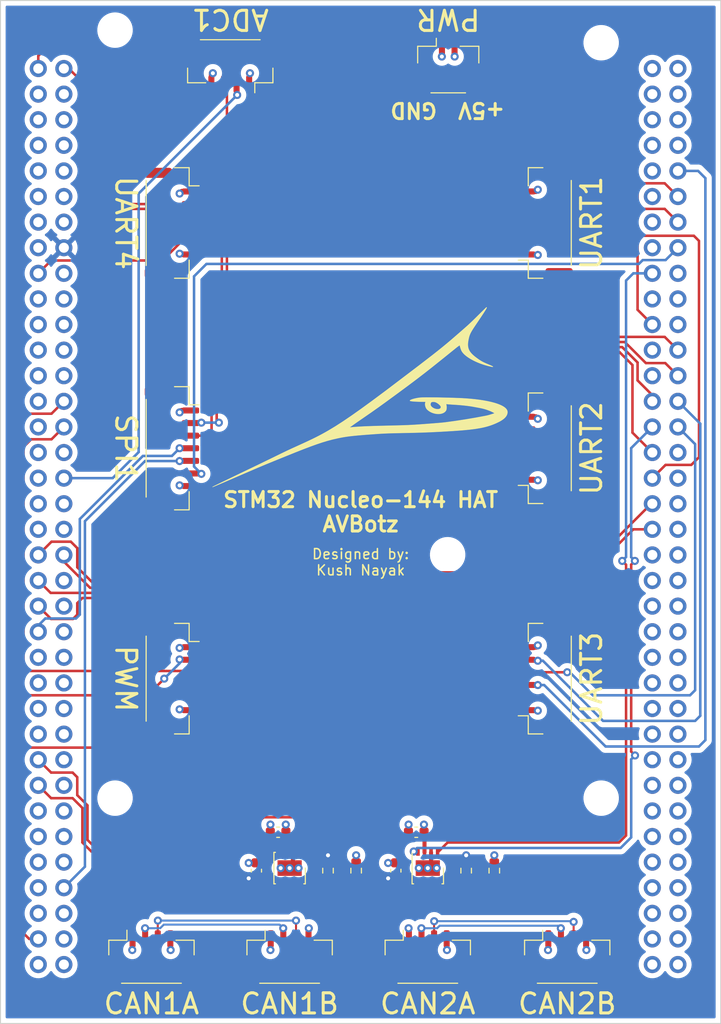
<source format=kicad_pcb>
(kicad_pcb (version 20211014) (generator pcbnew)
  (layers (0 "F.Cu" signal) (1 "In1.Cu" power "In1.Cu (GND)") (2 "In2.Cu" power "In2.Cu (+5V)") (31 "B.Cu" signal) (34 "B.Paste" user) (35 "F.Paste" user) (36 "B.SilkS" user "B.Silkscreen") (37 "F.SilkS" user "F.Silkscreen") (38 "B.Mask" user) (39 "F.Mask" user) (44 "Edge.Cuts" user))
  (net 0 "")
  (net 1 "+5V")
  (net 2 "/CAN1_P")
  (net 3 "/CAN1_N")
  (net 4 "GND")
  (net 5 "/CAN_SILENT1")
  (net 6 "+3V3")
  (net 7 "/UART4_TX")
  (net 8 "/UART4_RX")
  (net 20 "/UART4_RTS")
  (net 28 "/PWM2{slash}1")
  (net 30 "/PWM2{slash}2")
  (net 34 "/ADC1{slash}8")
  (net 39 "/UART2_RTS")
  (net 40 "/UART2_CTS")
  (net 41 "/UART2_TX")
  (net 43 "/UART2_RX")
  (net 45 "/SPI1_MOSI")
  (net 54 "/CAN1_TX")
  (net 56 "/CAN1_RX")
  (net 64 "/~{SPI1_CS1}")
  (net 67 "/UART3_TX")
  (net 77 "/UART3_RX")
  (net 79 "/UART1_RTS")
  (net 81 "/UART1_CTS")
  (net 83 "/~{SPI2_CS2}")
  (net 84 "/CAN2_TX")
  (net 87 "/UART1_TX")
  (net 90 "/ADC1{slash}9")
  (net 92 "/UART4_CTS")
  (net 93 "/SPI1_MISO")
  (net 94 "/UART3_RTS")
  (net 95 "/CAN2_RX")
  (net 96 "/UART3_CTS")
  (net 97 "/SPI1_SCK")
  (net 98 "/UART1_RX")
  (net 100 "/PWM2{slash}3")
  (net 102 "/PWM2{slash}4")
  (net 133 "/CAN2_N")
  (net 134 "/CAN2_P")
  (net 135 "/CAN_SILENT2")
  (footprint "Capacitor_SMD:C_0603_1608Metric" (layer "F.Cu") (at 139.319 133.604 180)
    (fp_text reference "C1" hide)
    (fp_text value "100nF")
  )
  (footprint "Package_DFN_QFN:DFN-8-1EP_3x3mm_P0.65mm_EP1.55x2.4mm" (layer "F.Cu") (at 154.178 137.16 -90)
    (fp_text reference "U3" hide)
    (fp_text value "TJA1051TK-3")
  )
  (footprint "nucleo_144_hat_lib:nucleo144_hat" (layer "F.Cu") (at 147.9505 56.3086)
    (fp_text reference "U1" hide)
    (fp_text value "NUCLEO144-F767ZI")
  )
  (footprint "Connector_JST:JST_GH_SM04B-GHS-TB_1x04-1MP_P1.25mm_Horizontal" (layer "F.Cu") (at 154.178 146.0246)
    (fp_text reference "J9" hide)
    (fp_text value "CAN2_A_Conn_01x04")
  )
  (footprint "Connector_JST:JST_GH_SM06B-GHS-TB_1x06-1MP_P1.25mm_Horizontal" (layer "F.Cu") (at 165.862 73.152 90)
    (fp_text reference "J4" hide)
    (fp_text value "UART1_Conn_01x06")
  )
  (footprint "Connector_JST:JST_GH_SM06B-GHS-TB_1x06-1MP_P1.25mm_Horizontal" (layer "F.Cu") (at 165.862 118.364 90)
    (fp_text reference "J6" hide)
    (fp_text value "UART3_Conn_01x06")
  )
  (footprint "Resistor_SMD:R_0603_1608Metric" (layer "F.Cu") (at 160.782 137.414 90)
    (fp_text reference "R2" hide)
    (fp_text value "100K")
  )
  (footprint "Connector_JST:JST_GH_SM06B-GHS-TB_1x06-1MP_P1.25mm_Horizontal" (layer "F.Cu") (at 128.778 73.152 -90)
    (fp_text reference "J7" hide)
    (fp_text value "UART4_Conn_01x06")
  )
  (footprint "Capacitor_SMD:C_0603_1608Metric" (layer "F.Cu") (at 151.003 137.414 90)
    (fp_text reference "C4" hide)
    (fp_text value "100nF")
  )
  (footprint "Capacitor_SMD:C_0603_1608Metric" (layer "F.Cu") (at 137.16 137.414 90)
    (fp_text reference "C3" hide)
    (fp_text value "100nF")
  )
  (footprint "Connector_JST:JST_GH_SM04B-GHS-TB_1x04-1MP_P1.25mm_Horizontal" (layer "F.Cu") (at 134.5692 57.531 180)
    (fp_text reference "J3" hide)
    (fp_text value "ADC1_Conn_01x04")
  )
  (footprint "Connector_Molex:Molex_CLIK-Mate_502386-0270_1x02-1MP_P1.25mm_Horizontal" (layer "F.Cu") (at 156.21 57.531)
    (fp_text reference "J12" hide)
    (fp_text value "Conn_01x02")
  )
  (footprint "Connector_JST:JST_GH_SM04B-GHS-TB_1x04-1MP_P1.25mm_Horizontal" (layer "F.Cu") (at 140.462 146.0246)
    (fp_text reference "J11" hide)
    (fp_text value "CAN1_B_Conn_01x04")
  )
  (footprint "Resistor_SMD:R_0603_1608Metric" (layer "F.Cu") (at 144.272 137.414 -90)
    (fp_text reference "R3" hide)
    (fp_text value "100K")
  )
  (footprint "Resistor_SMD:R_0603_1608Metric" (layer "F.Cu") (at 157.988 137.414 -90)
    (fp_text reference "R4" hide)
    (fp_text value "100K")
  )
  (footprint "Connector_JST:JST_GH_SM04B-GHS-TB_1x04-1MP_P1.25mm_Horizontal" (layer "F.Cu") (at 168.021 146.0246)
    (fp_text reference "J10" hide)
    (fp_text value "CAN2_B_Conn_01x04")
  )
  (footprint "Connector_JST:JST_GH_SM06B-GHS-TB_1x06-1MP_P1.25mm_Horizontal" (layer "F.Cu") (at 128.778 118.364 -90)
    (fp_text reference "J2" hide)
    (fp_text value "PWM_OUT_Conn_01x06")
  )
  (footprint "Package_DFN_QFN:DFN-8-1EP_3x3mm_P0.65mm_EP1.55x2.4mm" (layer "F.Cu") (at 140.462 137.16 -90)
    (fp_text reference "U2" hide)
    (fp_text value "TJA1051TK-3")
  )
  (footprint "Connector_JST:JST_GH_SM06B-GHS-TB_1x06-1MP_P1.25mm_Horizontal" (layer "F.Cu") (at 165.862 95.504 90)
    (fp_text reference "J5" hide)
    (fp_text value "UART2_Conn_01x06")
  )
  (footprint "Capacitor_SMD:C_0603_1608Metric" (layer "F.Cu") (at 153.035 133.604 180)
    (fp_text reference "C2" hide)
    (fp_text value "100nF")
  )
  (footprint "Resistor_SMD:R_0603_1608Metric" (layer "F.Cu") (at 147.066 137.414 90)
    (fp_text reference "R1" hide)
    (fp_text value "100K")
  )
  (footprint "Connector_JST:JST_GH_SM04B-GHS-TB_1x04-1MP_P1.25mm_Horizontal" (layer "F.Cu") (at 126.746 146.0246)
    (fp_text reference "J8" hide)
    (fp_text value "CAN1_A_Conn_01x04")
  )
  (footprint "Connector_JST:JST_GH_SM07B-GHS-TB_1x07-1MP_P1.25mm_Horizontal" (layer "F.Cu") (at 128.778 95.504 -90)
    (fp_text reference "J1" hide)
    (fp_text value "SPI1_Conn_01x07")
  )
  (gr_poly (pts (xy 160.017921 81.527887) (xy 160.023034 81.538523) (xy 160.020852 81.557956) (xy 160.010504 81.587582) (xy 159.961823 81.683001) (xy 159.870022 81.835949) (xy 159.728128 82.057598) (xy 159.529172 82.359119) (xy 158.932187 83.246454) (xy 158.754835 83.511568) (xy 158.679729 83.626793) (xy 158.612808 83.73222) (xy 158.553424 83.829168) (xy 158.500933 83.918954) (xy 158.454687 84.002898) (xy 158.414041 84.082317) (xy 158.378348 84.158529) (xy 158.346961 84.232853) (xy 158.319235 84.306607) (xy 158.294523 84.381108) (xy 158.272179 84.457675) (xy 158.251556 84.537627) (xy 158.232009 84.622281) (xy 158.21289 84.712955) (xy 158.185527 84.86298) (xy 158.166521 85.004087) (xy 158.160264 85.071561) (xy 158.156232 85.137123) (xy 158.154469 85.20088) (xy 158.15502 85.262937) (xy 158.157931 85.3234) (xy 158.163247 85.382377) (xy 158.171012 85.439971) (xy 158.181272 85.49629) (xy 158.194071 85.55144) (xy 158.209456 85.605526) (xy 158.227471 85.658655) (xy 158.24816 85.710933) (xy 158.27157 85.762465) (xy 158.297744 85.813358) (xy 158.326729 85.863717) (xy 158.358569 85.913649) (xy 158.393309 85.96326) (xy 158.430995 86.012656) (xy 158.471671 86.061943) (xy 158.515383 86.111226) (xy 158.562175 86.160612) (xy 158.612093 86.210208) (xy 158.721485 86.310449) (xy 158.843921 86.412797) (xy 158.97976 86.518102) (xy 159.135302 86.63254) (xy 159.2776 86.731559) (xy 159.413601 86.819005) (xy 159.481412 86.859591) (xy 159.550254 86.898726) (xy 159.620995 86.936891) (xy 159.694504 86.974568) (xy 159.8533 87.050377) (xy 160.033588 87.130001) (xy 160.242315 87.217287) (xy 160.329664 87.25353) (xy 160.406225 87.286178) (xy 160.472007 87.315243) (xy 160.527018 87.340738) (xy 160.571267 87.362674) (xy 160.604762 87.381065) (xy 160.627512 87.395923) (xy 160.63486 87.402031) (xy 160.639526 87.40726) (xy 160.641509 87.411612) (xy 160.640811 87.415089) (xy 160.637434 87.417691) (xy 160.631378 87.419421) (xy 160.622644 87.420281) (xy 160.611234 87.42027) (xy 160.580387 87.417648) (xy 160.538848 87.411567) (xy 160.486623 87.402039) (xy 160.423721 87.389078) (xy 160.350152 87.372694) (xy 160.103498 87.311715) (xy 159.860862 87.243001) (xy 159.623395 87.167184) (xy 159.392249 87.084898) (xy 159.168575 86.996775) (xy 158.953524 86.903448) (xy 158.748249 86.80555) (xy 158.5539 86.703715) (xy 158.371629 86.598574) (xy 158.202587 86.490762) (xy 158.047926 86.380911) (xy 157.908796 86.269653) (xy 157.845416 86.213695) (xy 157.78635 86.157623) (xy 157.731743 86.101515) (xy 157.681739 86.045452) (xy 157.636481 85.989511) (xy 157.596113 85.933773) (xy 157.56078 85.878317) (xy 157.530626 85.823221) (xy 157.518683 85.797877) (xy 157.505875 85.767948) (xy 157.478666 85.6976) (xy 157.451013 85.618707) (xy 157.424932 85.537797) (xy 157.402438 85.461399) (xy 157.385546 85.396041) (xy 157.379831 85.369544) (xy 157.376271 85.348254) (xy 157.375119 85.33299) (xy 157.375525 85.327872) (xy 157.376628 85.324566) (xy 157.377197 85.323443) (xy 157.377653 85.322089) (xy 157.377998 85.320523) (xy 157.378234 85.318764) (xy 157.378362 85.31683) (xy 157.378385 85.314739) (xy 157.378304 85.312509) (xy 157.378121 85.310159) (xy 157.377838 85.307707) (xy 157.377457 85.305172) (xy 157.37698 85.302572) (xy 157.376408 85.299925) (xy 157.375744 85.29725) (xy 157.374989 85.294565) (xy 157.374145 85.291889) (xy 157.373214 85.289239) (xy 157.371493 85.286348) (xy 157.36881 85.284365) (xy 157.365174 85.283284) (xy 157.360591 85.283102) (xy 157.348616 85.28541) (xy 157.332944 85.29125) (xy 157.313633 85.300582) (xy 157.290742 85.313366) (xy 157.264331 85.329562) (xy 157.234458 85.349131) (xy 157.164561 85.398228) (xy 157.081521 85.460336) (xy 156.98581 85.53514) (xy 156.877897 85.622319) (xy 155.825808 86.470826) (xy 154.621818 87.433997) (xy 153.826949 88.058203) (xy 153.020885 88.676329) (xy 152.118763 89.352677) (xy 151.035719 90.15155) (xy 150.028574 90.887646) (xy 149.238393 91.457355) (xy 148.537923 91.951504) (xy 147.799917 92.460918) (xy 147.419622 92.722031) (xy 147.131133 92.921611) (xy 146.913571 93.074212) (xy 146.746055 93.19439) (xy 146.672197 93.247431) (xy 146.596085 93.300779) (xy 146.526679 93.348226) (xy 146.497292 93.367797) (xy 146.472941 93.383566) (xy 146.369041 93.449544) (xy 146.452162 93.442345) (xy 146.975341 93.399321) (xy 147.427587 93.368723) (xy 147.907176 93.344805) (xy 148.512388 93.321819) (xy 149.39739 93.294767) (xy 150.519178 93.268384) (xy 151.48877 93.244824) (xy 152.246129 93.218) (xy 152.925214 93.182063) (xy 153.659982 93.131159) (xy 154.626302 93.058021) (xy 155.258839 93.007321) (xy 155.485325 92.987387) (xy 155.67083 92.969465) (xy 155.829507 92.952355) (xy 155.975511 92.934859) (xy 156.91141 92.807736) (xy 157.911342 92.654342) (xy 158.917549 92.483998) (xy 159.872278 92.306029) (xy 159.960668 92.288305) (xy 160.039278 92.271622) (xy 160.111467 92.255107) (xy 160.180597 92.23789) (xy 160.250029 92.219096) (xy 160.323126 92.197854) (xy 160.403249 92.173291) (xy 160.493759 92.144536) (xy 160.719299 92.072268) (xy 160.79049 92.049668) (xy 160.819714 92.040635) (xy 160.822374 92.039343) (xy 160.823153 92.037233) (xy 160.822123 92.034342) (xy 160.819355 92.030708) (xy 160.808897 92.021365) (xy 160.792354 92.009507) (xy 160.74332 91.979465) (xy 160.676867 91.943013) (xy 160.597604 91.902585) (xy 160.510143 91.860614) (xy 160.419096 91.819531) (xy 160.329074 91.78177) (xy 160.18592 91.726161) (xy 160.048823 91.676915) (xy 159.913655 91.632906) (xy 159.776288 91.593003) (xy 159.632592 91.556078) (xy 159.47844 91.521002) (xy 159.309703 91.486646) (xy 159.122253 91.451882) (xy 158.875301 91.407315) (xy 158.665085 91.368538) (xy 158.489505 91.338297) (xy 158.288285 91.308601) (xy 158.065613 91.279894) (xy 157.825677 91.252622) (xy 157.572664 91.227233) (xy 157.310761 91.204172) (xy 157.044157 91.183886) (xy 156.777038 91.16682) (xy 156.599371 91.156013) (xy 156.427241 91.144546) (xy 156.280299 91.133788) (xy 156.178192 91.125111) (xy 156.110159 91.118247) (xy 156.08324 91.115635) (xy 156.060638 91.113756) (xy 156.042041 91.112745) (xy 156.034147 91.11261) (xy 156.027137 91.112743) (xy 156.020973 91.113163) (xy 156.015615 91.113887) (xy 156.011025 91.114932) (xy 156.007163 91.116316) (xy 156.003992 91.118055) (xy 156.001471 91.120167) (xy 155.999561 91.12267) (xy 155.998225 91.12558) (xy 155.997422 91.128915) (xy 155.997115 91.132692) (xy 155.997263 91.136929) (xy 155.997829 91.141642) (xy 155.998772 91.146849) (xy 156.000055 91.152568) (xy 156.003482 91.165608) (xy 156.012693 91.198584) (xy 156.019216 91.226461) (xy 156.024737 91.25732) (xy 156.029265 91.29065) (xy 156.03281 91.325943) (xy 156.035384 91.362688) (xy 156.036994 91.400375) (xy 156.037653 91.438496) (xy 156.037369 91.47654) (xy 156.036153 91.513998) (xy 156.034015 91.55036) (xy 156.030964 91.585117) (xy 156.027012 91.617759) (xy 156.022166 91.647775) (xy 156.016439 91.674658) (xy 156.009839 91.697896) (xy 156.002377 91.71698) (xy 155.976816 91.764867) (xy 155.94669 91.809469) (xy 155.91224 91.850793) (xy 155.873708 91.888847) (xy 155.831336 91.923639) (xy 155.785367 91.955177) (xy 155.736042 91.983467) (xy 155.683603 92.008519) (xy 155.628292 92.030338) (xy 155.570352 92.048933) (xy 155.510025 92.064312) (xy 155.447551 92.076482) (xy 155.383174 92.085451) (xy 155.317136 92.091226) (xy 155.181041 92.093225) (xy 155.041205 92.082542) (xy 154.899562 92.059236) (xy 154.758049 92.02337) (xy 154.618602 91.975003) (xy 154.550258 91.946151) (xy 154.483157 91.914197) (xy 154.41754 91.879149) (xy 154.35365 91.841013) (xy 154.291728 91.799799) (xy 154.232017 91.755512) (xy 154.174759 91.708162) (xy 154.120195 91.657755) (xy 154.090432 91.625857) (xy 154.062692 91.590515) (xy 154.037074 91.552132) (xy 154.013681 91.511109) (xy 153.992613 91.467846) (xy 153.973973 91.422746) (xy 153.95786 91.376209) (xy 153.944378 91.328637) (xy 153.933626 91.280431) (xy 153.925706 91.231992) (xy 153.92072 91.183722) (xy 153.919371 91.150749) (xy 154.444799 91.150749) (xy 154.445594 91.180161) (xy 154.448961 91.208843) (xy 154.451646 91.222765) (xy 154.455019 91.23633) (xy 154.459095 91.24948) (xy 154.463888 91.262158) (xy 154.469413 91.274304) (xy 154.475686 91.285862) (xy 154.498713 91.321268) (xy 154.524714 91.354937) (xy 154.553448 91.386841) (xy 154.584671 91.41695) (xy 154.618141 91.445233) (xy 154.653613 91.47166) (xy 154.690845 91.496202) (xy 154.729594 91.518829) (xy 154.769618 91.539511) (xy 154.810672 91.558218) (xy 154.852514 91.574919) (xy 154.8949 91.589587) (xy 154.937588 91.602189) (xy 154.980335 91.612697) (xy 155.022898 91.62108) (xy 155.065033 91.627309) (xy 155.106497 91.631354) (xy 155.147048 91.633184) (xy 155.186442 91.63277) (xy 155.224436 91.630083) (xy 155.260788 91.625091) (xy 155.295254 91.617766) (xy 155.327591 91.608077) (xy 155.357555 91.595995) (xy 155.384905 91.581489) (xy 155.409397 91.564529) (xy 155.430788 91.545087) (xy 155.448834 91.523131) (xy 155.463294 91.498632) (xy 155.473923 91.471561) (xy 155.480478 91.441886) (xy 155.482718 91.409579) (xy 155.481765 91.396005) (xy 155.478958 91.381668) (xy 155.47437 91.366632) (xy 155.468077 91.350961) (xy 155.450669 91.317966) (xy 155.427332 91.283194) (xy 155.398661 91.247153) (xy 155.365252 91.210355) (xy 155.327701 91.173307) (xy 155.286603 91.136521) (xy 155.242556 91.100505) (xy 155.196155 91.065769) (xy 155.147996 91.032823) (xy 155.098674 91.002177) (xy 155.048786 90.974339) (xy 154.998928 90.949821) (xy 154.949696 90.929131) (xy 154.901686 90.912779) (xy 154.886549 90.908808) (xy 154.869791 90.905356) (xy 154.851604 90.902424) (xy 154.832177 90.900012) (xy 154.811701 90.898121) (xy 154.790365 90.896751) (xy 154.768361 90.895904) (xy 154.745879 90.89558) (xy 154.723109 90.895779) (xy 154.700241 90.896503) (xy 154.677467 90.897751) (xy 154.654975 90.899525) (xy 154.632957 90.901826) (xy 154.611603 90.904653) (xy 154.591103 90.908007) (xy 154.571647 90.91189) (xy 154.56169 90.914705) (xy 154.552032 90.918673) (xy 154.542689 90.923737) (xy 154.533675 90.929837) (xy 154.525006 90.936916) (xy 154.516696 90.944916) (xy 154.508761 90.953778) (xy 154.501215 90.963445) (xy 154.494073 90.973859) (xy 154.48735 90.984961) (xy 154.475221 91.008998) (xy 154.464948 91.035092) (xy 154.45665 91.062779) (xy 154.450446 91.091594) (xy 154.446456 91.121072) (xy 154.444799 91.150749) (xy 153.919371 91.150749) (xy 153.918769 91.136021) (xy 153.919954 91.089292) (xy 153.924376 91.043935) (xy 153.932138 91.000351) (xy 153.943339 90.958942) (xy 153.947191 90.946834) (xy 153.95079 90.935186) (xy 153.954056 90.92428) (xy 153.956911 90.914394) (xy 153.959275 90.90581) (xy 153.96107 90.898806) (xy 153.962216 90.893664) (xy 153.962521 90.891878) (xy 153.962634 90.890663) (xy 153.961185 90.889756) (xy 153.956906 90.888874) (xy 153.940436 90.887204) (xy 153.914379 90.885689) (xy 153.879893 90.884364) (xy 153.790253 90.882429) (xy 153.680763 90.881684) (xy 153.442737 90.879804) (xy 153.216722 90.874477) (xy 153.008172 90.86609) (xy 152.822543 90.855031) (xy 152.665291 90.841686) (xy 152.599012 90.834277) (xy 152.541873 90.826442) (xy 152.494555 90.818229) (xy 152.457742 90.809687) (xy 152.432115 90.800864) (xy 152.423709 90.796362) (xy 152.418356 90.791808) (xy 152.413909 90.783893) (xy 152.413167 90.775471) (xy 152.415995 90.766581) (xy 152.422257 90.757263) (xy 152.44454 90.737508) (xy 152.47893 90.71653) (xy 152.524338 90.694653) (xy 152.579679 90.6722) (xy 152.643865 90.649495) (xy 152.715811 90.626864) (xy 152.878634 90.583114) (xy 153.059453 90.543543) (xy 153.153894 90.526134) (xy 153.249574 90.510741) (xy 153.345406 90.497689) (xy 153.440304 90.487301) (xy 153.674669 90.476173) (xy 154.05317 90.471194) (xy 155.107495 90.477783) (xy 156.333104 90.503269) (xy 157.459823 90.543854) (xy 157.963095 90.572855) (xy 158.443786 90.610824) (xy 158.900609 90.65739) (xy 159.332277 90.712182) (xy 159.737503 90.774828) (xy 160.115 90.844957) (xy 160.463481 90.922198) (xy 160.781659 91.00618) (xy 160.928983 91.050583) (xy 161.068248 91.096532) (xy 161.199294 91.143981) (xy 161.32196 91.192883) (xy 161.436085 91.243191) (xy 161.541508 91.294861) (xy 161.638069 91.347844) (xy 161.725606 91.402095) (xy 161.803959 91.457567) (xy 161.872966 91.514214) (xy 161.932467 91.57199) (xy 161.982301 91.630848) (xy 162.022308 91.690742) (xy 162.052325 91.751624) (xy 162.072193 91.81345) (xy 162.08175 91.876173) (xy 162.083264 91.911578) (xy 162.082904 91.946742) (xy 162.08067 91.981667) (xy 162.07656 92.016356) (xy 162.070571 92.05081) (xy 162.062702 92.085032) (xy 162.052951 92.119024) (xy 162.041316 92.152788) (xy 162.012386 92.219642) (xy 161.975897 92.28561) (xy 161.931833 92.35071) (xy 161.88018 92.414959) (xy 161.820922 92.478376) (xy 161.754044 92.540976) (xy 161.67953 92.602778) (xy 161.597367 92.6638) (xy 161.507538 92.724057) (xy 161.410027 92.783568) (xy 161.304821 92.842351) (xy 161.191903 92.900422) (xy 160.992881 92.995077) (xy 160.792555 93.082546) (xy 160.588859 93.163233) (xy 160.379728 93.237541) (xy 160.163094 93.305873) (xy 159.936891 93.368634) (xy 159.699052 93.426226) (xy 159.447511 93.479054) (xy 158.895057 93.572027) (xy 158.262994 93.65078) (xy 157.534792 93.718543) (xy 156.693918 93.778542) (xy 155.51114 93.848845) (xy 154.454026 93.901294) (xy 153.462996 93.938493) (xy 152.478471 93.963042) (xy 151.013312 93.992746) (xy 150.498177 94.006077) (xy 150.07202 94.020614) (xy 149.692852 94.038025) (xy 149.318684 94.059976) (xy 148.417392 94.124163) (xy 147.798718 94.171704) (xy 147.275878 94.215522) (xy 146.831126 94.25778) (xy 146.446717 94.30064) (xy 146.104906 94.346265) (xy 145.78795 94.39682) (xy 145.478102 94.454466) (xy 145.157619 94.521366) (xy 144.686578 94.631124) (xy 144.209586 94.758359) (xy 143.705206 94.910524) (xy 143.151998 95.095071) (xy 142.528524 95.31945) (xy 141.813345 95.591114) (xy 140.985024 95.917514) (xy 140.022121 96.306103) (xy 138.888106 96.765795) (xy 138.120656 97.079466) (xy 137.280929 97.431537) (xy 135.022956 98.404253) (xy 134.234081 98.746517) (xy 133.746448 98.95664) (xy 133.280633 99.154252) (xy 133.11863 99.22256) (xy 132.997 99.273401) (xy 132.910568 99.308926) (xy 132.854163 99.331282) (xy 132.835603 99.338193) (xy 132.82261 99.342618) (xy 132.814537 99.344826) (xy 132.812143 99.345182) (xy 132.810737 99.345084) (xy 132.960912 99.264376) (xy 133.451125 99.02348) (xy 135.539497 98.018406) (xy 137.474604 97.089105) (xy 138.7278 96.480584) (xy 139.631123 96.038966) (xy 140.217892 95.756443) (xy 140.732008 95.517476) (xy 141.417374 95.206524) (xy 141.904782 94.984429) (xy 142.335925 94.784193) (xy 142.72115 94.600632) (xy 143.070806 94.428559) (xy 143.395239 94.26279) (xy 143.704799 94.09814) (xy 144.009833 93.929423) (xy 144.320689 93.751453) (xy 145.001309 93.341654) (xy 145.746688 92.862866) (xy 146.587626 92.292983) (xy 147.554923 91.609896) (xy 148.679377 90.7915) (xy 149.991787 89.815686) (xy 153.303674 87.303377) (xy 154.616638 86.292036) (xy 155.138365 85.881906) (xy 155.60947 85.503593) (xy 156.059364 85.133191) (xy 156.517459 84.746793) (xy 157.575895 83.830383) (xy 158.028276 83.431449) (xy 158.214055 83.263581) (xy 158.391098 83.099712) (xy 158.57306 82.927041) (xy 158.773595 82.732769) (xy 159.285006 82.228216) (xy 159.561304 81.955035) (xy 159.789412 81.731324) (xy 159.945662 81.580168) (xy 159.989444 81.539012) (xy 160.001454 81.528302) (xy 160.006384 81.524652)) (layer "F.SilkS") (width 0.04) (fill solid))
  (gr_rect (start 111.76 152.5778) (end 183.261 51.0794) (layer "Edge.Cuts") (width 0.1) (fill none))
  (gr_text "STM32 Nucleo-144 HAT\nAVBotz" (at 147.5105 101.8286) (layer "F.SilkS") (effects (font (size 1.5 1.5) (thickness 0.3))))
  (gr_text "ADC1" (at 134.5692 52.959 180) (layer "F.SilkS") (effects (font (size 2 2) (thickness 0.3))))
  (gr_text "CAN1B" (at 140.462 150.622) (layer "F.SilkS") (effects (font (size 2 2) (thickness 0.3))))
  (gr_text "PWM" (at 124.206 118.364 270) (layer "F.SilkS") (effects (font (size 2 2) (thickness 0.3))))
  (gr_text "CAN2B" (at 168.021 150.622) (layer "F.SilkS") (effects (font (size 2 2) (thickness 0.3))))
  (gr_text "CAN1A" (at 126.746 150.622) (layer "F.SilkS") (effects (font (size 2 2) (thickness 0.3))))
  (gr_text "PWR" (at 156.21 52.959 180) (layer "F.SilkS") (effects (font (size 2 2) (thickness 0.3))))
  (gr_text "SPI1" (at 124.206 95.504 270) (layer "F.SilkS") (effects (font (size 2 2) (thickness 0.3))))
  (gr_text "UART1" (at 170.434 73.152001 90) (layer "F.SilkS") (effects (font (size 2 2) (thickness 0.3))))
  (gr_text "+5V" (at 159.512 61.976 180) (layer "F.SilkS") (effects (font (size 1.5 1.5) (thickness 0.3))))
  (gr_text "UART4" (at 124.206 73.152 270) (layer "F.SilkS") (effects (font (size 2 2) (thickness 0.3))))
  (gr_text "UART2" (at 170.434 95.504001 90) (layer "F.SilkS") (effects (font (size 2 2) (thickness 0.3))))
  (gr_text "CAN2A" (at 154.178 150.622) (layer "F.SilkS") (effects (font (size 2 2) (thickness 0.3))))
  (gr_text "UART3" (at 170.434 118.364001 90) (layer "F.SilkS") (effects (font (size 2 2) (thickness 0.3))))
  (gr_text "GND" (at 152.781 61.976 180) (layer "F.SilkS") (effects (font (size 1.5 1.5) (thickness 0.3))))
  (gr_text "Designed by:\nKush Nayak" (at 147.5105 106.807) (layer "F.SilkS") (effects (font (size 1 1))))
  (segment (start 140.137 135.61) (end 140.137 133.647) (width 0.5) (layer "F.Cu") (net 1))
  (segment (start 153.81 132.855) (end 153.797 132.842) (width 0.4) (layer "F.Cu") (net 1))
  (segment (start 153.853 135.61) (end 153.853 133.647) (width 0.4) (layer "F.Cu") (net 1))
  (segment (start 138.587 144.1746) (end 138.587 145.258) (width 0.5) (layer "F.Cu") (net 1))
  (segment (start 164.012 76.277) (end 165.05 76.277) (width 0.5) (layer "F.Cu") (net 1))
  (segment (start 164.012 121.489) (end 165.05 121.489) (width 0.5) (layer "F.Cu") (net 1))
  (segment (start 153.81 133.604) (end 153.81 132.855) (width 0.4) (layer "F.Cu") (net 1))
  (segment (start 156.835 56.632) (end 156.845 56.642) (width 0.5) (layer "F.Cu") (net 1))
  (segment (start 140.137 133.647) (end 140.094 133.604) (width 0.5) (layer "F.Cu") (net 1))
  (segment (start 129.617 115.239) (end 129.54 115.316) (width 0.5) (layer "F.Cu") (net 1))
  (segment (start 130.628 70.027) (end 129.744 70.027) (width 0.5) (layer "F.Cu") (net 1))
  (segment (start 129.734 91.754) (end 129.54 91.948) (width 0.5) (layer "F.Cu") (net 1))
  (segment (start 140.094 132.855) (end 140.081 132.842) (width 0.5) (layer "F.Cu") (net 1))
  (segment (start 152.303 144.1746) (end 152.303 143.159) (width 0.5) (layer "F.Cu") (net 1))
  (segment (start 164.012 98.629) (end 165.05 98.629) (width 0.5) (layer "F.Cu") (net 1))
  (segment (start 129.744 70.027) (end 129.54 70.231) (width 0.5) (layer "F.Cu") (net 1))
  (segment (start 166.146 144.1746) (end 166.146 145.258) (width 0.5) (layer "F.Cu") (net 1))
  (segment (start 136.4442 59.381) (end 136.4442 58.3738) (width 0.5) (layer "F.Cu") (net 1))
  (segment (start 140.094 133.604) (end 140.094 132.855) (width 0.5) (layer "F.Cu") (net 1))
  (segment (start 152.303 143.159) (end 152.273 143.129) (width 0.5) (layer "F.Cu") (net 1))
  (segment (start 166.146 145.258) (end 166.116 145.288) (width 0.5) (layer "F.Cu") (net 1))
  (segment (start 138.587 145.258) (end 138.557 145.288) (width 0.5) (layer "F.Cu") (net 1))
  (segment (start 165.05 76.277) (end 165.1 76.327) (width 0.5) (layer "F.Cu") (net 1))
  (segment (start 165.05 98.629) (end 165.1 98.679) (width 0.5) (layer "F.Cu") (net 1))
  (segment (start 130.628 115.239) (end 129.617 115.239) (width 0.5) (layer "F.Cu") (net 1))
  (segment (start 165.05 121.489) (end 165.1 121.539) (width 0.5) (layer "F.Cu") (net 1))
  (segment (start 156.835 55.681) (end 156.835 56.632) (width 0.5) (layer "F.Cu") (net 1))
  (segment (start 136.4442 58.3738) (end 136.525 58.293) (width 0.5) (layer "F.Cu") (net 1))
  (segment (start 130.628 91.754) (end 129.734 91.754) (width 0.5) (layer "F.Cu") (net 1))
  (segment (start 124.871 144.1746) (end 124.871 145.258) (width 0.5) (layer "F.Cu") (net 1))
  (segment (start 153.853 133.647) (end 153.81 133.604) (width 0.4) (layer "F.Cu") (net 1))
  (segment (start 124.871 145.258) (end 124.841 145.288) (width 0.5) (layer "F.Cu") (net 1))
  (via (at 153.797 132.842) (size 0.8) (drill 0.4) (layers "F.Cu" "B.Cu") (net 1))
  (via (at 165.1 76.327) (size 0.8) (drill 0.4) (layers "F.Cu" "B.Cu") (net 1))
  (via (at 138.557 145.288) (size 0.8) (drill 0.4) (layers "F.Cu" "B.Cu") (net 1))
  (via (at 129.54 115.316) (size 0.8) (drill 0.4) (layers "F.Cu" "B.Cu") (net 1))
  (via (at 152.273 143.129) (size 0.8) (drill 0.4) (layers "F.Cu" "B.Cu") (net 1))
  (via (at 166.116 145.288) (size 0.8) (drill 0.4) (layers "F.Cu" "B.Cu") (net 1))
  (via (at 165.1 98.679) (size 0.8) (drill 0.4) (layers "F.Cu" "B.Cu") (net 1))
  (via (at 156.845 56.642) (size 0.8) (drill 0.4) (layers "F.Cu" "B.Cu") (net 1))
  (via (at 129.54 91.948) (size 0.8) (drill 0.4) (layers "F.Cu" "B.Cu") (net 1))
  (via (at 129.54 70.231) (size 0.8) (drill 0.4) (layers "F.Cu" "B.Cu") (net 1))
  (via (at 124.841 145.288) (size 0.8) (drill 0.4) (layers "F.Cu" "B.Cu") (net 1))
  (via (at 140.081 132.842) (size 0.8) (drill 0.4) (layers "F.Cu" "B.Cu") (net 1))
  (via (at 136.525 58.293) (size 0.8) (drill 0.4) (layers "F.Cu" "B.Cu") (net 1))
  (via (at 165.1 121.539) (size 0.8) (drill 0.4) (layers "F.Cu" "B.Cu") (net 1))
  (segment (start 142.711867 146.277333) (end 143.989 145.0002) (width 0.2) (layer "F.Cu") (net 2))
  (segment (start 140.687 139.297501) (end 140.787 139.197501) (width 0.2) (layer "F.Cu") (net 2))
  (segment (start 142.4602 140.237) (end 141.1902 140.237) (width 0.2) (layer "F.Cu") (net 2))
  (segment (start 140.237 145.588673) (end 140.92566 146.277333) (width 0.2) (layer "F.Cu") (net 2))
  (segment (start 141.1902 140.237) (end 140.687 139.7338) (width 0.2) (layer "F.Cu") (net 2))
  (segment (start 140.687 139.7338) (end 140.687 139.297501) (width 0.2) (layer "F.Cu") (net 2))
  (segment (start 126.121 143.139) (end 126.111 143.129) (width 0.2) (layer "F.Cu") (net 2))
  (segment (start 140.236999 144.574599) (end 140.237 145.588673) (width 0.2) (layer "F.Cu") (net 2))
  (segment (start 140.787 139.197501) (end 140.787 138.71) (width 0.2) (layer "F.Cu") (net 2))
  (segment (start 143.989 145.0002) (end 143.989 141.7658) (width 0.2) (layer "F.Cu") (net 2))
  (segment (start 126.121 144.1746) (end 126.121 143.139) (width 0.2) (layer "F.Cu") (net 2))
  (segment (start 143.989 141.7658) (end 142.4602 140.237) (width 0.2) (layer "F.Cu") (net 2))
  (segment (start 139.827 143.129) (end 139.827 144.1646) (width 0.2) (layer "F.Cu") (net 2))
  (segment (start 140.92566 146.277333) (end 142.711867 146.277333) (width 0.2) (layer "F.Cu") (net 2))
  (segment (start 139.837 144.1746) (end 140.236999 144.574599) (width 0.2) (layer "F.Cu") (net 2))
  (via (at 139.827 143.129) (size 0.8) (drill 0.4) (layers "F.Cu" "B.Cu") (net 2))
  (via (at 126.111 143.129) (size 0.8) (drill 0.4) (layers "F.Cu" "B.Cu") (net 2))
  (segment (start 126.111 143.129) (end 127.60895 143.129) (width 0.2) (layer "B.Cu") (net 2))
  (segment (start 127.97095 142.767) (end 139.465 142.767) (width 0.2) (layer "B.Cu") (net 2))
  (segment (start 139.465 142.767) (end 139.827 143.129) (width 0.2) (layer "B.Cu") (net 2))
  (segment (start 127.60895 143.129) (end 127.97095 142.767) (width 0.2) (layer "B.Cu") (net 2))
  (segment (start 127.371 142.377) (end 127.371 144.1746) (width 0.2) (layer "F.Cu") (net 3))
  (segment (start 141.0038 140.687) (end 140.237 139.9202) (width 0.2) (layer "F.Cu") (net 3))
  (segment (start 142.525467 145.827333) (end 143.539 144.8138) (width 0.2) (layer "F.Cu") (net 3))
  (segment (start 141.097 142.367) (end 141.097 144.1646) (width 0.2) (layer "F.Cu") (net 3))
  (segment (start 140.687 145.402273) (end 141.11206 145.827333) (width 0.2) (layer "F.Cu") (net 3))
  (segment (start 142.2738 140.687) (end 141.0038 140.687) (width 0.2) (layer "F.Cu") (net 3))
  (segment (start 140.137 139.197501) (end 140.137 138.71) (width 0.2) (layer "F.Cu") (net 3))
  (segment (start 140.237 139.9202) (end 140.237 139.297501) (width 0.2) (layer "F.Cu") (net 3))
  (segment (start 143.539 144.8138) (end 143.539 141.9522) (width 0.2) (layer "F.Cu") (net 3))
  (segment (start 141.11206 145.827333) (end 142.525467 145.827333) (width 0.2) (layer "F.Cu") (net 3))
  (segment (start 143.539 141.9522) (end 142.2738 140.687) (width 0.2) (layer "F.Cu") (net 3))
  (segment (start 140.687001 144.574599) (end 140.687 145.402273) (width 0.2) (layer "F.Cu") (net 3))
  (segment (start 140.237 139.297501) (end 140.137 139.197501) (width 0.2) (layer "F.Cu") (net 3))
  (segment (start 141.087 144.1746) (end 140.687001 144.574599) (width 0.2) (layer "F.Cu") (net 3))
  (segment (start 127.381 142.367) (end 127.371 142.377) (width 0.2) (layer "F.Cu") (net 3))
  (via (at 127.381 142.367) (size 0.8) (drill 0.4) (layers "F.Cu" "B.Cu") (net 3))
  (via (at 141.097 142.367) (size 0.8) (drill 0.4) (layers "F.Cu" "B.Cu") (net 3))
  (segment (start 127.381 142.367) (end 141.097 142.367) (width 0.2) (layer "B.Cu") (net 3))
  (segment (start 150.254 136.639) (end 150.241 136.652) (width 0.5) (layer "F.Cu") (net 4))
  (segment (start 130.628 121.489) (end 129.617 121.489) (width 0.5) (layer "F.Cu") (net 4))
  (segment (start 137.16 136.639) (end 136.411 136.639) (width 0.5) (layer "F.Cu") (net 4))
  (segment (start 152.26 133.604) (end 152.26 132.855) (width 0.4) (layer "F.Cu") (net 4))
  (segment (start 151.003 136.639) (end 150.254 136.639) (width 0.5) (layer "F.Cu") (net 4))
  (segment (start 129.617 121.489) (end 129.54 121.412) (width 0.5) (layer "F.Cu") (net 4))
  (segment (start 129.617 76.277) (end 129.54 76.2) (width 0.5) (layer "F.Cu") (net 4))
  (segment (start 147.066 136.589) (end 147.066 135.89) (width 0.5) (layer "F.Cu") (net 4))
  (segment (start 132.6942 59.381) (end 132.6942 58.4408) (width 0.5) (layer "F.Cu") (net 4))
  (segment (start 140.589 137.16) (end 140.787 136.962) (width 0.4) (layer "F.Cu") (net 4))
  (segment (start 155.585 56.632) (end 155.575 56.642) (width 0.5) (layer "F.Cu") (net 4))
  (segment (start 132.6942 58.4408) (end 132.842 58.293) (width 0.5) (layer "F.Cu") (net 4))
  (segment (start 130.628 99.254) (end 129.607 99.254) (width 0.5) (layer "F.Cu") (net 4))
  (segment (start 164.012 70.027) (end 164.923 70.027) (width 0.5) (layer "F.Cu") (net 4))
  (segment (start 130.628 76.277) (end 129.617 76.277) (width 0.5) (layer "F.Cu") (net 4))
  (segment (start 164.923 115.239) (end 165.1 115.062) (width 0.5) (layer "F.Cu") (net 4))
  (segment (start 142.337 143.159) (end 142.367 143.129) (width 0.5) (layer "F.Cu") (net 4))
  (segment (start 154.178 137.16) (end 154.503 136.835) (width 0.4) (layer "F.Cu") (net 4))
  (segment (start 164.923 70.027) (end 165.1 69.85) (width 0.5) (layer "F.Cu") (net 4))
  (segment (start 129.607 99.254) (end 129.54 99.187) (width 0.5) (layer "F.Cu") (net 4))
  (segment (start 164.012 115.239) (end 164.923 115.239) (width 0.5) (layer "F.Cu") (net 4))
  (segment (start 156.053 144.1746) (end 156.053 145.258) (width 0.5) (layer "F.Cu") (net 4))
  (segment (start 169.896 144.1746) (end 169.896 145.258) (width 0.5) (layer "F.Cu") (net 4))
  (segment (start 164.896 92.379) (end 165.1 92.583) (width 0.5) (layer "F.Cu") (net 4))
  (segment (start 156.053 145.258) (end 156.083 145.288) (width 0.5) (layer "F.Cu") (net 4))
  (segment (start 136.411 136.639) (end 136.398 136.652) (width 0.5) (layer "F.Cu") (net 4))
  (segment (start 155.585 55.681) (end 155.585 56.632) (width 0.5) (layer "F.Cu") (net 4))
  (segment (start 154.503 136.835) (end 154.503 135.61) (width 0.4) (layer "F.Cu") (net 4))
  (segment (start 140.787 136.962) (end 140.787 135.61) (width 0.4) (layer "F.Cu") (net 4))
  (segment (start 128.621 145.258) (end 128.651 145.288) (width 0.5) (layer "F.Cu") (net 4))
  (segment (start 160.782 136.589) (end 160.782 135.89) (width 0.5) (layer "F.Cu") (net 4))
  (segment (start 142.337 144.1746) (end 142.337 143.159) (width 0.5) (layer "F.Cu") (net 4))
  (segment (start 138.544 133.604) (end 138.544 132.855) (width 0.5) (layer "F.Cu") (net 4))
  (segment (start 138.544 132.855) (end 138.557 132.842) (width 0.5) (layer "F.Cu") (net 4))
  (segment (start 128.621 144.1746) (end 128.621 145.258) (width 0.5) (layer "F.Cu") (net 4))
  (segment (start 169.896 145.258) (end 169.926 145.288) (width 0.5) (layer "F.Cu") (net 4))
  (segment (start 152.26 132.855) (end 152.273 132.842) (width 0.4) (layer "F.Cu") (net 4))
  (segment (start 164.012 92.379) (end 164.896 92.379) (width 0.5) (layer "F.Cu") (net 4))
  (via (at 132.842 58.293) (size 0.8) (drill 0.4) (layers "F.Cu" "B.Cu") (net 4))
  (via (at 129.54 121.412) (size 0.8) (drill 0.4) (layers "F.Cu" "B.Cu") (net 4))
  (via (at 156.083 145.288) (size 0.8) (drill 0.4) (layers "F.Cu" "B.Cu") (net 4))
  (via (at 129.54 99.187) (size 0.8) (drill 0.4) (layers "F.Cu" "B.Cu") (net 4))
  (via (at 129.54 76.2) (size 0.8) (drill 0.4) (layers "F.Cu" "B.Cu") (net 4))
  (via (at 169.926 145.288) (size 0.8) (drill 0.4) (layers "F.Cu" "B.Cu") (net 4))
  (via (at 152.273 132.842) (size 0.8) (drill 0.4) (layers "F.Cu" "B.Cu") (net 4))
  (via (at 165.1 115.062) (size 0.8) (drill 0.4) (layers "F.Cu" "B.Cu") (net 4))
  (via (at 165.1 69.85) (size 0.8) (drill 0.4) (layers "F.Cu" "B.Cu") (net 4))
  (via (at 165.1 92.583) (size 0.8) (drill 0.4) (layers "F.Cu" "B.Cu") (net 4))
  (via (at 155.067 137.16) (size 0.8) (drill 0.4) (layers "F.Cu" "B.Cu") (net 4))
  (via (at 160.782 135.89) (size 0.8) (drill 0.4) (layers "F.Cu" "B.Cu") (net 4))
  (via (at 153.289 137.16) (size 0.8) (drill 0.4) (layers "F.Cu" "B.Cu") (net 4))
  (via (at 141.351 137.16) (size 0.8) (drill 0.4) (layers "F.Cu" "B.Cu") (net 4))
  (via (at 139.573 137.16) (size 0.8) (drill 0.4) (layers "F.Cu" "B.Cu") (net 4))
  (via (at 150.241 136.652) (size 0.8) (drill 0.4) (layers "F.Cu" "B.Cu") (net 4))
  (via (at 142.367 143.129) (size 0.8) (drill 0.4) (layers "F.Cu" "B.Cu") (net 4))
  (via (at 155.575 56.642) (size 0.8) (drill 0.4) (layers "F.Cu" "B.Cu") (net 4))
  (via (at 147.066 135.89) (size 0.8) (drill 0.4) (layers "F.Cu" "B.Cu") (net 4))
  (via (at 128.651 145.288) (size 0.8) (drill 0.4) (layers "F.Cu" "B.Cu") (net 4))
  (via (at 140.462 137.16) (size 0.8) (drill 0.4) (layers "F.Cu" "B.Cu") (net 4))
  (via (at 138.557 132.842) (size 0.8) (drill 0.4) (layers "F.Cu" "B.Cu") (net 4))
  (via (at 154.178 137.16) (size 0.8) (drill 0.4) (layers "F.Cu" "B.Cu") (net 4))
  (via (at 136.398 136.652) (size 0.8) (drill 0.4) (layers "F.Cu" "B.Cu") (net 4))
  (segment (start 143.801 138.71) (end 144.272 138.239) (width 0.25) (layer "F.Cu") (net 5))
  (segment (start 144.272 138.239) (end 147.066 138.239) (width 0.25) (layer "F.Cu") (net 5))
  (segment (start 141.437 138.71) (end 143.801 138.71) (width 0.25) (layer "F.Cu") (net 5))
  (segment (start 151.003 138.557) (end 151.156 138.71) (width 0.5) (layer "F.Cu") (net 6))
  (segment (start 137.567 138.71) (end 139.487 138.71) (width 0.5) (layer "F.Cu") (net 6))
  (segment (start 151.156 138.71) (end 153.203 138.71) (width 0.5) (layer "F.Cu") (net 6))
  (segment (start 157.988 136.589) (end 157.988 135.89) (width 0.5) (layer "F.Cu") (net 6))
  (segment (start 137.16 138.189) (end 137.16 138.303) (width 0.5) (layer "F.Cu") (net 6))
  (segment (start 137.16 138.303) (end 137.567 138.71) (width 0.5) (layer "F.Cu") (net 6))
  (segment (start 144.272 136.589) (end 144.272 135.89) (width 0.5) (layer "F.Cu") (net 6))
  (segment (start 151.003 138.189) (end 150.254 138.189) (width 0.5) (layer "F.Cu") (net 6))
  (segment (start 151.003 138.189) (end 151.003 138.557) (width 0.5) (layer "F.Cu") (net 6))
  (segment (start 137.16 138.189) (end 136.411 138.189) (width 0.5) (layer "F.Cu") (net 6))
  (segment (start 136.411 138.189) (end 136.398 138.176) (width 0.5) (layer "F.Cu") (net 6))
  (segment (start 150.254 138.189) (end 150.241 138.176) (width 0.5) (layer "F.Cu") (net 6))
  (via (at 157.988 135.89) (size 0.8) (drill 0.4) (layers "F.Cu" "B.Cu") (net 6))
  (via (at 144.272 135.89) (size 0.8) (drill 0.4) (layers "F.Cu" "B.Cu") (net 6))
  (via (at 150.241 138.176) (size 0.8) (drill 0.4) (layers "F.Cu" "B.Cu") (net 6))
  (via (at 136.398 138.176) (size 0.8) (drill 0.4) (layers "F.Cu" "B.Cu") (net 6))
  (segment (start 121.315 71.277) (end 120.142 70.104) (width 0.25) (layer "F.Cu") (net 7))
  (segment (start 115.5105 56.5745) (end 115.5105 57.8286) (width 0.25) (layer "F.Cu") (net 7))
  (segment (start 130.628 71.277) (end 121.315 71.277) (width 0.25) (layer "F.Cu") (net 7))
  (segment (start 116.205 55.88) (end 115.5105 56.5745) (width 0.25) (layer "F.Cu") (net 7))
  (segment (start 120.142 56.642) (end 119.38 55.88) (width 0.25) (layer "F.Cu") (net 7))
  (segment (start 120.142 70.104) (end 120.142 56.642) (width 0.25) (layer "F.Cu") (net 7))
  (segment (start 119.38 55.88) (end 116.205 55.88) (width 0.25) (layer "F.Cu") (net 7))
  (segment (start 118.5346 57.8286) (end 119.634 58.928) (width 0.25) (layer "F.Cu") (net 8))
  (segment (start 129.413 71.755) (end 130.185 72.527) (width 0.25) (layer "F.Cu") (net 8))
  (segment (start 119.634 58.928) (end 119.634 70.358) (width 0.25) (layer "F.Cu") (net 8))
  (segment (start 119.634 70.358) (end 121.031 71.755) (width 0.25) (layer "F.Cu") (net 8))
  (segment (start 121.031 71.755) (end 129.413 71.755) (width 0.25) (layer "F.Cu") (net 8))
  (segment (start 130.185 72.527) (end 130.628 72.527) (width 0.25) (layer "F.Cu") (net 8))
  (segment (start 118.0505 57.8286) (end 118.5346 57.8286) (width 0.25) (layer "F.Cu") (net 8))
  (segment (start 127.840373 76.874322) (end 129.687695 75.027) (width 0.25) (layer "F.Cu") (net 20))
  (segment (start 116.784778 76.874322) (end 127.840373 76.874322) (width 0.25) (layer "F.Cu") (net 20))
  (segment (start 115.5105 78.1486) (end 116.784778 76.874322) (width 0.25) (layer "F.Cu") (net 20))
  (segment (start 129.687695 75.027) (end 130.628 75.027) (width 0.25) (layer "F.Cu") (net 20))
  (segment (start 118.0505 90.8486) (end 116.8241 92.075) (width 0.25) (layer "F.Cu") (net 28))
  (segment (start 114.173 92.075) (end 113.538 92.71) (width 0.25) (layer "F.Cu") (net 28))
  (segment (start 130.598 116.459) (end 130.628 116.489) (width 0.25) (layer "F.Cu") (net 28))
  (segment (start 113.538 119.38) (end 114.173 120.015) (width 0.25) (layer "F.Cu") (net 28))
  (segment (start 116.8241 92.075) (end 114.173 92.075) (width 0.25) (layer "F.Cu") (net 28))
  (segment (start 114.173 120.015) (end 126.365 120.015) (width 0.25) (layer "F.Cu") (net 28))
  (segment (start 129.54 116.459) (end 130.598 116.459) (width 0.25) (layer "F.Cu") (net 28))
  (segment (start 126.365 120.015) (end 128.016 118.364) (width 0.25) (layer "F.Cu") (net 28))
  (segment (start 113.538 92.71) (end 113.538 119.38) (width 0.25) (layer "F.Cu") (net 28))
  (via (at 129.54 116.459) (size 0.8) (drill 0.4) (layers "F.Cu" "B.Cu") (net 28))
  (via (at 128.016 118.364) (size 0.8) (drill 0.4) (layers "F.Cu" "B.Cu") (net 28))
  (segment (start 128.016 118.364) (end 129.54 116.84) (width 0.25) (layer "B.Cu") (net 28))
  (segment (start 129.54 116.84) (end 129.54 116.459) (width 0.25) (layer "B.Cu") (net 28))
  (segment (start 130.491 117.602) (end 130.628 117.739) (width 0.25) (layer "F.Cu") (net 30))
  (segment (start 116.8241 94.615) (end 114.808 94.615) (width 0.25) (layer "F.Cu") (net 30))
  (segment (start 114.046 95.377) (end 114.046 117.094) (width 0.25) (layer "F.Cu") (net 30))
  (segment (start 114.046 117.094) (end 114.554 117.602) (width 0.25) (layer "F.Cu") (net 30))
  (segment (start 118.0505 93.3886) (end 116.8241 94.615) (width 0.25) (layer "F.Cu") (net 30))
  (segment (start 114.554 117.602) (end 130.491 117.602) (width 0.25) (layer "F.Cu") (net 30))
  (segment (start 114.808 94.615) (end 114.046 95.377) (width 0.25) (layer "F.Cu") (net 30))
  (segment (start 135.255 59.4418) (end 135.1942 59.381) (width 0.25) (layer "F.Cu") (net 34))
  (segment (start 135.255 60.452) (end 135.255 59.4418) (width 0.25) (layer "F.Cu") (net 34))
  (via (at 135.255 60.452) (size 0.8) (drill 0.4) (layers "F.Cu" "B.Cu") (net 34))
  (segment (start 122.8924 98.4686) (end 125.476 95.885) (width 0.25) (layer "B.Cu") (net 34))
  (segment (start 125.476 95.885) (end 125.476 70.231) (width 0.25) (layer "B.Cu") (net 34))
  (segment (start 118.0505 98.4686) (end 122.8924 98.4686) (width 0.25) (layer "B.Cu") (net 34))
  (segment (start 125.476 70.231) (end 135.255 60.452) (width 0.25) (layer "B.Cu") (net 34))
  (segment (start 116.8241 104.775) (end 118.745 104.775) (width 0.25) (layer "F.Cu") (net 39))
  (segment (start 161.417 107.315) (end 161.417 94.996) (width 0.25) (layer "F.Cu") (net 39))
  (segment (start 120.904 108.839) (end 131.063302 108.839) (width 0.25) (layer "F.Cu") (net 39))
  (segment (start 115.5105 106.0886) (end 116.8241 104.775) (width 0.25) (layer "F.Cu") (net 39))
  (segment (start 131.063302 108.839) (end 132.079302 107.823) (width 0.25) (layer "F.Cu") (net 39))
  (segment (start 161.417 94.996) (end 162.784 93.629) (width 0.25) (layer "F.Cu") (net 39))
  (segment (start 160.909 107.823) (end 161.417 107.315) (width 0.25) (layer "F.Cu") (net 39))
  (segment (start 119.38 105.41) (end 119.38 107.315) (width 0.25) (layer "F.Cu") (net 39))
  (segment (start 162.784 93.629) (end 164.012 93.629) (width 0.25) (layer "F.Cu") (net 39))
  (segment (start 119.38 107.315) (end 120.904 108.839) (width 0.25) (layer "F.Cu") (net 39))
  (segment (start 118.745 104.775) (end 119.38 105.41) (width 0.25) (layer "F.Cu") (net 39))
  (segment (start 132.079302 107.823) (end 160.909 107.823) (width 0.25) (layer "F.Cu") (net 39))
  (segment (start 131.318 109.347) (end 132.334 108.331) (width 0.25) (layer "F.Cu") (net 40))
  (segment (start 161.163 108.331) (end 161.925 107.569) (width 0.25) (layer "F.Cu") (net 40))
  (segment (start 161.925 107.569) (end 161.925 95.25) (width 0.25) (layer "F.Cu") (net 40))
  (segment (start 132.334 108.331) (end 161.163 108.331) (width 0.25) (layer "F.Cu") (net 40))
  (segment (start 118.0505 106.0886) (end 118.0505 106.7475) (width 0.25) (layer "F.Cu") (net 40))
  (segment (start 162.296 94.879) (end 164.012 94.879) (width 0.25) (layer "F.Cu") (net 40))
  (segment (start 118.0505 106.7475) (end 120.65 109.347) (width 0.25) (layer "F.Cu") (net 40))
  (segment (start 161.925 95.25) (end 162.296 94.879) (width 0.25) (layer "F.Cu") (net 40))
  (segment (start 120.65 109.347) (end 131.318 109.347) (width 0.25) (layer "F.Cu") (net 40))
  (segment (start 171.069 104.775) (end 171.069 97.917) (width 0.25) (layer "F.Cu") (net 41))
  (segment (start 164.042 97.409) (end 164.012 97.379) (width 0.25) (layer "F.Cu") (net 41))
  (segment (start 132.588 108.839) (end 167.005 108.839) (width 0.25) (layer "F.Cu") (net 41))
  (segment (start 116.7369 109.855) (end 131.572 109.855) (width 0.25) (layer "F.Cu") (net 41))
  (segment (start 115.5105 108.6286) (end 116.7369 109.855) (width 0.25) (layer "F.Cu") (net 41))
  (segment (start 131.572 109.855) (end 132.588 108.839) (width 0.25) (layer "F.Cu") (net 41))
  (segment (start 171.069 97.917) (end 170.561 97.409) (width 0.25) (layer "F.Cu") (net 41))
  (segment (start 170.561 97.409) (end 164.042 97.409) (width 0.25) (layer "F.Cu") (net 41))
  (segment (start 167.005 108.839) (end 171.069 104.775) (width 0.25) (layer "F.Cu") (net 41))
  (segment (start 171.577 97.662302) (end 171.577 105.029) (width 0.25) (layer "F.Cu") (net 43))
  (segment (start 119.38 110.871) (end 119.38 112.014) (width 0.25) (layer "F.Cu") (net 43))
  (segment (start 118.951122 112.442878) (end 116.784778 112.442878) (width 0.25) (layer "F.Cu") (net 43))
  (segment (start 167.259 109.347) (end 132.842 109.347) (width 0.25) (layer "F.Cu") (net 43))
  (segment (start 164.582 96.129) (end 165.354 96.901) (width 0.25) (layer "F.Cu") (net 43))
  (segment (start 170.815698 96.901) (end 171.577 97.662302) (width 0.25) (layer "F.Cu") (net 43))
  (segment (start 165.354 96.901) (end 170.815698 96.901) (width 0.25) (layer "F.Cu") (net 43))
  (segment (start 171.577 105.029) (end 167.259 109.347) (width 0.25) (layer "F.Cu") (net 43))
  (segment (start 164.012 96.129) (end 164.582 96.129) (width 0.25) (layer "F.Cu") (net 43))
  (segment (start 116.784778 112.442878) (end 115.5105 111.1686) (width 0.25) (layer "F.Cu") (net 43))
  (segment (start 132.842 109.347) (end 131.826 110.363) (width 0.25) (layer "F.Cu") (net 43))
  (segment (start 131.826 110.363) (end 119.888 110.363) (width 0.25) (layer "F.Cu") (net 43))
  (segment (start 119.888 110.363) (end 119.38 110.871) (width 0.25) (layer "F.Cu") (net 43))
  (segment (start 119.38 112.014) (end 118.951122 112.442878) (width 0.25) (layer "F.Cu") (net 43))
  (segment (start 129.54 95.504) (end 130.628 95.504) (width 0.25) (layer "F.Cu") (net 45))
  (via (at 129.54 95.504) (size 0.8) (drill 0.4) (layers "F.Cu" "B.Cu") (net 45))
  (segment (start 119.253 112.395) (end 119.634 112.014) (width 0.25) (layer "B.Cu") (net 45))
  (segment (start 115.5105 113.0895) (end 116.205 112.395) (width 0.25) (layer "B.Cu") (net 45))
  (segment (start 116.205 112.395) (end 119.253 112.395) (width 0.25) (layer "B.Cu") (net 45))
  (segment (start 128.778 96.266) (end 129.54 95.504) (width 0.25) (layer "B.Cu") (net 45))
  (segment (start 119.634 112.014) (end 119.634 102.526249) (width 0.25) (layer "B.Cu") (net 45))
  (segment (start 125.894249 96.266) (end 128.778 96.266) (width 0.25) (layer "B.Cu") (net 45))
  (segment (start 119.634 102.526249) (end 125.894249 96.266) (width 0.25) (layer "B.Cu") (net 45))
  (segment (start 115.5105 113.7086) (end 115.5105 113.0895) (width 0.25) (layer "B.Cu") (net 45))
  (segment (start 137.885 132.117) (end 140.88 132.117) (width 0.25) (layer "F.Cu") (net 54))
  (segment (start 116.784778 127.682878) (end 118.919878 127.682878) (width 0.25) (layer "F.Cu") (net 54))
  (segment (start 136.652 135.001) (end 137.16 134.493) (width 0.25) (layer "F.Cu") (net 54))
  (segment (start 137.16 134.493) (end 137.16 132.842) (width 0.25) (layer "F.Cu") (net 54))
  (segment (start 120.396 134.366) (end 121.031 135.001) (width 0.25) (layer "F.Cu") (net 54))
  (segment (start 141.437 132.674) (end 141.437 135.61) (width 0.25) (layer "F.Cu") (net 54))
  (segment (start 119.38 128.143) (end 119.38 129.921) (width 0.25) (layer "F.Cu") (net 54))
  (segment (start 140.88 132.117) (end 141.437 132.674) (width 0.25) (layer "F.Cu") (net 54))
  (segment (start 118.919878 127.682878) (end 119.38 128.143) (width 0.25) (layer "F.Cu") (net 54))
  (segment (start 137.16 132.842) (end 137.885 132.117) (width 0.25) (layer "F.Cu") (net 54))
  (segment (start 120.396 130.937) (end 120.396 134.366) (width 0.25) (layer "F.Cu") (net 54))
  (segment (start 121.031 135.001) (end 136.652 135.001) (width 0.25) (layer "F.Cu") (net 54))
  (segment (start 115.5105 126.4086) (end 116.784778 127.682878) (width 0.25) (layer "F.Cu") (net 54))
  (segment (start 119.38 129.921) (end 120.396 130.937) (width 0.25) (layer "F.Cu") (net 54))
  (segment (start 116.784778 130.222878) (end 115.5105 128.9486) (width 0.25) (layer "F.Cu") (net 56))
  (segment (start 139.487 135.61) (end 139.386 135.509) (width 0.25) (layer "F.Cu") (net 56))
  (segment (start 118.919878 130.222878) (end 116.784778 130.222878) (width 0.25) (layer "F.Cu") (net 56))
  (segment (start 139.386 135.509) (end 120.777 135.509) (width 0.25) (layer "F.Cu") (net 56))
  (segment (start 120.777 135.509) (end 119.888 134.62) (width 0.25) (layer "F.Cu") (net 56))
  (segment (start 119.888 134.62) (end 119.888 131.191) (width 0.25) (layer "F.Cu") (net 56))
  (segment (start 119.888 131.191) (end 118.919878 130.222878) (width 0.25) (layer "F.Cu") (net 56))
  (segment (start 129.54 96.774) (end 130.608 96.774) (width 0.25) (layer "F.Cu") (net 64))
  (segment (start 130.608 96.774) (end 130.628 96.754) (width 0.25) (layer "F.Cu") (net 64))
  (via (at 129.54 96.774) (size 0.8) (drill 0.4) (layers "F.Cu" "B.Cu") (net 64))
  (segment (start 118.0505 139.1086) (end 120.142 137.0171) (width 0.25) (layer "B.Cu") (net 64))
  (segment (start 120.142 137.0171) (end 120.142 102.743) (width 0.25) (layer "B.Cu") (net 64))
  (segment (start 120.142 102.743) (end 126.111 96.774) (width 0.25) (layer "B.Cu") (net 64))
  (segment (start 126.111 96.774) (end 129.54 96.774) (width 0.25) (layer "B.Cu") (net 64))
  (segment (start 114.570228 125.205772) (end 161.877728 125.205772) (width 0.25) (layer "F.Cu") (net 67))
  (segment (start 113.919 143.49805) (end 113.919 125.857) (width 0.25) (layer "F.Cu") (net 67))
  (segment (start 115.5105 144.1886) (end 114.60955 144.1886) (width 0.25) (layer "F.Cu") (net 67))
  (segment (start 162.306 124.7775) (end 162.306 120.7135) (width 0.25) (layer "F.Cu") (net 67))
  (segment (start 162.306 120.7135) (end 162.7805 120.239) (width 0.25) (layer "F.Cu") (net 67))
  (segment (start 113.919 125.857) (end 114.570228 125.205772) (width 0.25) (layer "F.Cu") (net 67))
  (segment (start 114.60955 144.1886) (end 113.919 143.49805) (width 0.25) (layer "F.Cu") (net 67))
  (segment (start 162.7805 120.239) (end 164.012 120.239) (width 0.25) (layer "F.Cu") (net 67))
  (segment (start 161.877728 125.205772) (end 162.306 124.7775) (width 0.25) (layer "F.Cu") (net 67))
  (segment (start 164.022 118.999) (end 164.012 118.989) (width 0.25) (layer "F.Cu") (net 77))
  (segment (start 165.1 118.999) (end 164.022 118.999) (width 0.25) (layer "F.Cu") (net 77))
  (via (at 165.1 118.999) (size 0.8) (drill 0.4) (layers "F.Cu" "B.Cu") (net 77))
  (segment (start 181.0186 67.9886) (end 181.737 68.707) (width 0.25) (layer "B.Cu") (net 77))
  (segment (start 181.737 68.707) (end 181.737 124.46) (width 0.25) (layer "B.Cu") (net 77))
  (segment (start 171.831 125.095) (end 165.735 118.999) (width 0.25) (layer "B.Cu") (net 77))
  (segment (start 179.0105 67.9886) (end 181.0186 67.9886) (width 0.25) (layer "B.Cu") (net 77))
  (segment (start 181.737 124.46) (end 181.102 125.095) (width 0.25) (layer "B.Cu") (net 77))
  (segment (start 181.102 125.095) (end 171.831 125.095) (width 0.25) (layer "B.Cu") (net 77))
  (segment (start 165.735 118.999) (end 165.1 118.999) (width 0.25) (layer "B.Cu") (net 77))
  (segment (start 179.0105 70.5286) (end 177.6969 69.215) (width 0.25) (layer "F.Cu") (net 79))
  (segment (start 177.6969 69.215) (end 175.514 69.215) (width 0.25) (layer "F.Cu") (net 79))
  (segment (start 175.006 69.723) (end 175.006 71.501) (width 0.25) (layer "F.Cu") (net 79))
  (segment (start 175.514 69.215) (end 175.006 69.723) (width 0.25) (layer "F.Cu") (net 79))
  (segment (start 165.13 71.277) (end 164.012 71.277) (width 0.25) (layer "F.Cu") (net 79))
  (segment (start 174.244 72.263) (end 165.608 72.263) (width 0.25) (layer "F.Cu") (net 79))
  (segment (start 165.354 71.501) (end 165.13 71.277) (width 0.25) (layer "F.Cu") (net 79))
  (segment (start 165.354 72.009) (end 165.354 71.501) (width 0.25) (layer "F.Cu") (net 79))
  (segment (start 165.608 72.263) (end 165.354 72.009) (width 0.25) (layer "F.Cu") (net 79))
  (segment (start 175.006 71.501) (end 174.244 72.263) (width 0.25) (layer "F.Cu") (net 79))
  (segment (start 177.6969 71.755) (end 175.514 71.755) (width 0.25) (layer "F.Cu") (net 81))
  (segment (start 179.0105 73.0686) (end 177.6969 71.755) (width 0.25) (layer "F.Cu") (net 81))
  (segment (start 174.498 72.771) (end 164.256 72.771) (width 0.25) (layer "F.Cu") (net 81))
  (segment (start 164.256 72.771) (end 164.012 72.527) (width 0.25) (layer "F.Cu") (net 81))
  (segment (start 175.514 71.755) (end 174.498 72.771) (width 0.25) (layer "F.Cu") (net 81))
  (segment (start 131.699 98.044) (end 130.668 98.044) (width 0.25) (layer "F.Cu") (net 83))
  (segment (start 130.668 98.044) (end 130.628 98.004) (width 0.25) (layer "F.Cu") (net 83))
  (via (at 131.699 98.044) (size 0.8) (drill 0.4) (layers "F.Cu" "B.Cu") (net 83))
  (segment (start 132.207 77.216) (end 130.974 78.449) (width 0.25) (layer "B.Cu") (net 83))
  (segment (start 175.514 76.835) (end 175.133 77.216) (width 0.25) (layer "B.Cu") (net 83))
  (segment (start 177.7841 76.835) (end 175.514 76.835) (width 0.25) (layer "B.Cu") (net 83))
  (segment (start 175.133 77.216) (end 132.207 77.216) (width 0.25) (layer "B.Cu") (net 83))
  (segment (start 130.974 78.449) (end 130.974 97.319) (width 0.25) (layer "B.Cu") (net 83))
  (segment (start 130.974 97.319) (end 131.699 98.044) (width 0.25) (layer "B.Cu") (net 83))
  (segment (start 179.0105 75.6086) (end 177.7841 76.835) (width 0.25) (layer "B.Cu") (net 83))
  (segment (start 173.1645 134.62) (end 156.143 134.62) (width 0.25) (layer "F.Cu") (net 84))
  (segment (start 173.863 133.9215) (end 173.1645 134.62) (width 0.25) (layer "F.Cu") (net 84))
  (segment (start 156.143 134.62) (end 155.153 135.61) (width 0.25) (layer "F.Cu") (net 84))
  (segment (start 173.482 106.68) (end 173.863 107.061) (width 0.25) (layer "F.Cu") (net 84))
  (segment (start 173.863 107.061) (end 173.863 133.9215) (width 0.25) (layer "F.Cu") (net 84))
  (via (at 173.482 106.68) (size 0.8) (drill 0.4) (layers "F.Cu" "B.Cu") (net 84))
  (segment (start 174.5814 78.1486) (end 176.4705 78.1486) (width 0.25) (layer "B.Cu") (net 84))
  (segment (start 173.863 106.299) (end 173.863 78.867) (width 0.25) (layer "B.Cu") (net 84))
  (segment (start 173.482 106.68) (end 173.863 106.299) (width 0.25) (layer "B.Cu") (net 84))
  (segment (start 173.863 78.867) (end 174.5814 78.1486) (width 0.25) (layer "B.Cu") (net 84))
  (segment (start 175.006 81.7641) (end 175.006 74.676) (width 0.25) (layer "F.Cu") (net 87))
  (segment (start 175.006 74.676) (end 174.117 73.787) (width 0.25) (layer "F.Cu") (net 87))
  (segment (start 164.876 75.027) (end 164.012 75.027) (width 0.25) (layer "F.Cu") (net 87))
  (segment (start 165.481 73.787) (end 165.227 74.041) (width 0.25) (layer "F.Cu") (net 87))
  (segment (start 165.227 74.676) (end 164.876 75.027) (width 0.25) (layer "F.Cu") (net 87))
  (segment (start 165.227 74.041) (end 165.227 74.676) (width 0.25) (layer "F.Cu") (net 87))
  (segment (start 174.117 73.787) (end 165.481 73.787) (width 0.25) (layer "F.Cu") (net 87))
  (segment (start 176.4705 83.2286) (end 175.006 81.7641) (width 0.25) (layer "F.Cu") (net 87))
  (segment (start 134.239 83.439) (end 134.239 59.6758) (width 0.25) (layer "F.Cu") (net 90))
  (segment (start 135.255 84.455) (end 134.239 83.439) (width 0.25) (layer "F.Cu") (net 90))
  (segment (start 177.6969 84.455) (end 135.255 84.455) (width 0.25) (layer "F.Cu") (net 90))
  (segment (start 179.0105 85.7686) (end 177.6969 84.455) (width 0.25) (layer "F.Cu") (net 90))
  (segment (start 134.239 59.6758) (end 133.9442 59.381) (width 0.25) (layer "F.Cu") (net 90))
  (segment (start 173.736 84.963) (end 175.827828 87.054828) (width 0.25) (layer "F.Cu") (net 92))
  (segment (start 175.827828 87.054828) (end 177.756728 87.054828) (width 0.25) (layer "F.Cu") (net 92))
  (segment (start 130.628 73.777) (end 132.578 73.777) (width 0.25) (layer "F.Cu") (net 92))
  (segment (start 132.578 73.777) (end 133.731 74.93) (width 0.25) (layer "F.Cu") (net 92))
  (segment (start 133.731 83.693) (end 135.001 84.963) (width 0.25) (layer "F.Cu") (net 92))
  (segment (start 135.001 84.963) (end 173.736 84.963) (width 0.25) (layer "F.Cu") (net 92))
  (segment (start 177.756728 87.054828) (end 179.0105 88.3086) (width 0.25) (layer "F.Cu") (net 92))
  (segment (start 133.731 74.93) (end 133.731 83.693) (width 0.25) (layer "F.Cu") (net 92))
  (segment (start 175.006 88.773) (end 175.006 86.996396) (width 0.25) (layer "F.Cu") (net 93))
  (segment (start 132.715 87.63) (end 132.715 93.98) (width 0.25) (layer "F.Cu") (net 93))
  (segment (start 176.4705 90.2375) (end 176.4705 90.8486) (width 0.25) (layer "F.Cu") (net 93))
  (segment (start 175.006 86.996396) (end 173.480604 85.471) (width 0.25) (layer "F.Cu") (net 93))
  (segment (start 134.874 85.471) (end 132.715 87.63) (width 0.25) (layer "F.Cu") (net 93))
  (segment (start 132.715 93.98) (end 132.441 94.254) (width 0.25) (layer "F.Cu") (net 93))
  (segment (start 132.441 94.254) (end 130.628 94.254) (width 0.25) (layer "F.Cu") (net 93))
  (segment (start 175.006 88.773) (end 176.4705 90.2375) (width 0.25) (layer "F.Cu") (net 93))
  (segment (start 173.480604 85.471) (end 134.874 85.471) (width 0.25) (layer "F.Cu") (net 93))
  (segment (start 165.1 116.586) (end 164.109 116.586) (width 0.25) (layer "F.Cu") (net 94))
  (segment (start 164.109 116.586) (end 164.012 116.489) (width 0.25) (layer "F.Cu") (net 94))
  (via (at 165.1 116.586) (size 0.8) (drill 0.4) (layers "F.Cu" "B.Cu") (net 94))
  (segment (start 181.229 93.0671) (end 181.229 122.047) (width 0.25) (layer "B.Cu") (net 94))
  (segment (start 180.721 122.555) (end 171.577 122.555) (width 0.25) (layer "B.Cu") (net 94))
  (segment (start 171.577 122.555) (end 165.608 116.586) (width 0.25) (layer "B.Cu") (net 94))
  (segment (start 179.0105 90.8486) (end 181.229 93.0671) (width 0.25) (layer "B.Cu") (net 94))
  (segment (start 165.608 116.586) (end 165.1 116.586) (width 0.25) (layer "B.Cu") (net 94))
  (segment (start 181.229 122.047) (end 180.721 122.555) (width 0.25) (layer "B.Cu") (net 94))
  (segment (start 153.203 135.61) (end 152.882 135.61) (width 0.25) (layer "F.Cu") (net 95))
  (segment (start 174.371 107.044503) (end 174.735503 106.68) (width 0.25) (layer "F.Cu") (net 95))
  (segment (start 152.882 135.61) (end 152.781 135.509) (width 0.25) (layer "F.Cu") (net 95))
  (segment (start 174.371 125.603) (end 174.371 107.044503) (width 0.25) (layer "F.Cu") (net 95))
  (segment (start 174.752 125.984) (end 174.371 125.603) (width 0.25) (layer "F.Cu") (net 95))
  (via (at 174.752 125.984) (size 0.8) (drill 0.4) (layers "F.Cu" "B.Cu") (net 95))
  (via (at 174.735503 106.68) (size 0.8) (drill 0.4) (layers "F.Cu" "B.Cu") (net 95))
  (via (at 152.781 135.509) (size 0.8) (drill 0.4) (layers "F.Cu" "B.Cu") (net 95))
  (segment (start 174.371 126.365) (end 174.371 134.112) (width 0.25) (layer "B.Cu") (net 95))
  (segment (start 174.735503 106.68) (end 174.371 106.315497) (width 0.25) (layer "B.Cu") (net 95))
  (segment (start 174.371 95.4881) (end 176.4705 93.3886) (width 0.25) (layer "B.Cu") (net 95))
  (segment (start 173.318 135.165) (end 153.125 135.165) (width 0.25) (layer "B.Cu") (net 95))
  (segment (start 174.752 125.984) (end 174.371 126.365) (width 0.25) (layer "B.Cu") (net 95))
  (segment (start 153.125 135.165) (end 152.781 135.509) (width 0.25) (layer "B.Cu") (net 95))
  (segment (start 174.371 106.315497) (end 174.371 95.4881) (width 0.25) (layer "B.Cu") (net 95))
  (segment (start 174.371 134.112) (end 173.318 135.165) (width 0.25) (layer "B.Cu") (net 95))
  (segment (start 168.021 117.729) (end 164.022 117.729) (width 0.25) (layer "F.Cu") (net 96))
  (segment (start 164.022 117.729) (end 164.012 117.739) (width 0.25) (layer "F.Cu") (net 96))
  (via (at 168.021 117.729) (size 0.8) (drill 0.4) (layers "F.Cu" "B.Cu") (net 96))
  (segment (start 170.561 120.015) (end 168.275 117.729) (width 0.25) (layer "B.Cu") (net 96))
  (segment (start 180.213 120.015) (end 170.561 120.015) (width 0.25) (layer "B.Cu") (net 96))
  (segment (start 168.275 117.729) (end 168.021 117.729) (width 0.25) (layer "B.Cu") (net 96))
  (segment (start 179.0105 93.3886) (end 180.721 95.0991) (width 0.25) (layer "B.Cu") (net 96))
  (segment (start 180.721 119.507) (end 180.213 120.015) (width 0.25) (layer "B.Cu") (net 96))
  (segment (start 180.721 95.0991) (end 180.721 119.507) (width 0.25) (layer "B.Cu") (net 96))
  (segment (start 135.128 85.979) (end 173.228 85.979) (width 0.25) (layer "F.Cu") (net 97))
  (segment (start 174.498 87.249) (end 174.498 93.9561) (width 0.25) (layer "F.Cu") (net 97))
  (segment (start 133.223 87.884) (end 135.128 85.979) (width 0.25) (layer "F.Cu") (net 97))
  (segment (start 173.228 85.979) (end 174.498 87.249) (width 0.25) (layer "F.Cu") (net 97))
  (segment (start 174.498 93.9561) (end 176.4705 95.9286) (width 0.25) (layer "F.Cu") (net 97))
  (segment (start 131.699 92.964) (end 130.668 92.964) (width 0.25) (layer "F.Cu") (net 97))
  (segment (start 130.668 92.964) (end 130.628 93.004) (width 0.25) (layer "F.Cu") (net 97))
  (segment (start 133.4395 92.964) (end 133.223 92.7475) (width 0.25) (layer "F.Cu") (net 97))
  (segment (start 133.223 92.7475) (end 133.223 87.884) (width 0.25) (layer "F.Cu") (net 97))
  (via (at 133.4395 92.964) (size 0.8) (drill 0.4) (layers "F.Cu" "B.Cu") (net 97))
  (via (at 131.699 92.964) (size 0.8) (drill 0.4) (layers "F.Cu" "B.Cu") (net 97))
  (segment (start 133.4395 92.964) (end 131.699 92.964) (width 0.25) (layer "B.Cu") (net 97))
  (segment (start 180.34 97.155) (end 181.102 96.393) (width 0.25) (layer "F.Cu") (net 98))
  (segment (start 181.102 74.93) (end 180.594 74.422) (width 0.25) (layer "F.Cu") (net 98))
  (segment (start 174.371 73.279) (end 164.51 73.279) (width 0.25) (layer "F.Cu") (net 98))
  (segment (start 177.7841 97.155) (end 180.34 97.155) (width 0.25) (layer "F.Cu") (net 98))
  (segment (start 175.514 74.422) (end 174.371 73.279) (width 0.25) (layer "F.Cu") (net 98))
  (segment (start 180.594 74.422) (end 175.514 74.422) (width 0.25) (layer "F.Cu") (net 98))
  (segment (start 181.102 96.393) (end 181.102 74.93) (width 0.25) (layer "F.Cu") (net 98))
  (segment (start 176.4705 98.4686) (end 177.7841 97.155) (width 0.25) (layer "F.Cu") (net 98))
  (segment (start 164.51 73.279) (end 164.012 73.777) (width 0.25) (layer "F.Cu") (net 98))
  (segment (start 133.096 109.855) (end 131.953 110.998) (width 0.25) (layer "F.Cu") (net 100))
  (segment (start 167.513 109.855) (end 133.096 109.855) (width 0.25) (layer "F.Cu") (net 100))
  (segment (start 131.953 110.998) (end 131.953 118.745) (width 0.25) (layer "F.Cu") (net 100))
  (segment (start 176.4705 101.0086) (end 176.3594 101.0086) (width 0.25) (layer "F.Cu") (net 100))
  (segment (start 131.953 118.745) (end 131.699 118.999) (width 0.25) (layer "F.Cu") (net 100))
  (segment (start 130.638 118.999) (end 130.628 118.989) (width 0.25) (layer "F.Cu") (net 100))
  (segment (start 176.3594 101.0086) (end 167.513 109.855) (width 0.25) (layer "F.Cu") (net 100))
  (segment (start 131.699 118.999) (end 130.638 118.999) (width 0.25) (layer "F.Cu") (net 100))
  (segment (start 133.350698 110.363) (end 167.767 110.363) (width 0.25) (layer "F.Cu") (net 102))
  (segment (start 132.461 118.999) (end 132.461 111.252698) (width 0.25) (layer "F.Cu") (net 102))
  (segment (start 167.767 110.363) (end 174.5814 103.5486) (width 0.25) (layer "F.Cu") (net 102))
  (segment (start 130.658 120.269) (end 131.191 120.269) (width 0.25) (layer "F.Cu") (net 102))
  (segment (start 130.628 120.239) (end 130.658 120.269) (width 0.25) (layer "F.Cu") (net 102))
  (segment (start 132.461 111.252698) (end 133.350698 110.363) (width 0.25) (layer "F.Cu") (net 102))
  (segment (start 131.191 120.269) (end 132.461 118.999) (width 0.25) (layer "F.Cu") (net 102))
  (segment (start 174.5814 103.5486) (end 176.4705 103.5486) (width 0.25) (layer "F.Cu") (net 102))
  (segment (start 153.647429 140.237) (end 153.953 139.931429) (width 0.2) (layer "F.Cu") (net 133))
  (segment (start 154.403001 144.574599) (end 154.403 145.721074) (width 0.2) (layer "F.Cu") (net 133))
  (segment (start 150.778 145.1272) (end 150.778 141.7658) (width 0.2) (layer "F.Cu") (net 133))
  (segment (start 168.656 142.494) (end 168.656 144.1646) (width 0.2) (layer "F.Cu") (net 133))
  (segment (start 154.803 142.4395) (end 154.813 142.4295) (width 0.2) (layer "F.Cu") (net 133))
  (segment (start 154.803 144.1746) (end 154.803 142.4395) (width 0.2) (layer "F.Cu") (net 133))
  (segment (start 153.849074 146.275) (end 151.9258 146.275) (width 0.2) (layer "F.Cu") (net 133))
  (segment (start 154.403 145.721074) (end 153.849074 146.275) (width 0.2) (layer "F.Cu") (net 133))
  (segment (start 154.803 144.1746) (end 154.403001 144.574599) (width 0.2) (layer "F.Cu") (net 133))
  (segment (start 151.9258 146.275) (end 150.778 145.1272) (width 0.2) (layer "F.Cu") (net 133))
  (segment (start 153.953 139.931429) (end 153.953 139.297501) (width 0.2) (layer "F.Cu") (net 133))
  (segment (start 150.778 141.7658) (end 152.3068 140.237) (width 0.2) (layer "F.Cu") (net 133))
  (segment (start 152.3068 140.237) (end 153.647429 140.237) (width 0.2) (layer "F.Cu") (net 133))
  (segment (start 153.853 139.197501) (end 153.853 138.71) (width 0.2) (layer "F.Cu") (net 133))
  (segment (start 168.656 144.1646) (end 168.646 144.1746) (width 0.2) (layer "F.Cu") (net 133))
  (segment (start 153.953 139.297501) (end 153.853 139.197501) (width 0.2) (layer "F.Cu") (net 133))
  (via (at 154.813 142.4295) (size 0.8) (drill 0.4) (layers "F.Cu" "B.Cu") (net 133))
  (via (at 168.656 142.494) (size 0.8) (drill 0.4) (layers "F.Cu" "B.Cu") (net 133))
  (segment (start 154.813 142.4295) (end 154.8135 142.429) (width 0.2) (layer "B.Cu") (net 133))
  (segment (start 168.591 142.429) (end 168.656 142.494) (width 0.2) (layer "B.Cu") (net 133))
  (segment (start 154.8135 142.429) (end 168.591 142.429) (width 0.2) (layer "B.Cu") (net 133))
  (segment (start 151.228 141.9522) (end 152.4932 140.687) (width 0.2) (layer "F.Cu") (net 134))
  (segment (start 153.952999 144.574599) (end 153.953 145.534674) (width 0.2) (layer "F.Cu") (net 134))
  (segment (start 167.386 143.129) (end 167.386 144.1646) (width 0.2) (layer "F.Cu") (net 134))
  (segment (start 154.403 139.297501) (end 154.503 139.197501) (width 0.2) (layer "F.Cu") (net 134))
  (segment (start 151.228 144.9408) (end 151.228 141.9522) (width 0.2) (layer "F.Cu") (net 134))
  (segment (start 153.553 144.1746) (end 153.553 143.139) (width 0.2) (layer "F.Cu") (net 134))
  (segment (start 153.553 143.139) (end 153.543 143.129) (width 0.2) (layer "F.Cu") (net 134))
  (segment (start 153.953 145.534674) (end 153.662674 145.825) (width 0.2) (layer "F.Cu") (net 134))
  (segment (start 152.1122 145.825) (end 151.228 144.9408) (width 0.2) (layer "F.Cu") (net 134))
  (segment (start 154.503 139.197501) (end 154.503 138.71) (width 0.2) (layer "F.Cu") (net 134))
  (segment (start 153.833829 140.687) (end 154.403 140.117829) (width 0.2) (layer "F.Cu") (net 134))
  (segment (start 153.553 144.1746) (end 153.952999 144.574599) (width 0.2) (layer "F.Cu") (net 134))
  (segment (start 152.4932 140.687) (end 153.833829 140.687) (width 0.2) (layer "F.Cu") (net 134))
  (segment (start 154.403 140.117829) (end 154.403 139.297501) (width 0.2) (layer "F.Cu") (net 134))
  (segment (start 153.662674 145.825) (end 152.1122 145.825) (width 0.2) (layer "F.Cu") (net 134))
  (via (at 153.543 143.129) (size 0.8) (drill 0.4) (layers "F.Cu" "B.Cu") (net 134))
  (via (at 167.386 143.129) (size 0.8) (drill 0.4) (layers "F.Cu" "B.Cu") (net 134))
  (segment (start 155.10345 143.129) (end 155.35745 142.875) (width 0.2) (layer "B.Cu") (net 134))
  (segment (start 155.35745 142.875) (end 167.132 142.875) (width 0.2) (layer "B.Cu") (net 134))
  (segment (start 153.543 143.129) (end 155.10345 143.129) (width 0.2) (layer "B.Cu") (net 134))
  (segment (start 167.132 142.875) (end 167.386 143.129) (width 0.2) (layer "B.Cu") (net 134))
  (segment (start 157.988 138.239) (end 160.782 138.239) (width 0.25) (layer "F.Cu") (net 135))
  (segment (start 157.517 138.71) (end 157.988 138.239) (width 0.25) (layer "F.Cu") (net 135))
  (segment (start 155.153 138.71) (end 157.517 138.71) (width 0.25) (layer "F.Cu") (net 135))
  (zone (net 6) (net_name "+3V3") (layer "B.Cu") (connect_pads (clearance 0.508)) (min_thickness 0.254) (fill yes (thermal_gap 0.508) (thermal_bridge_width 0.508))
    (polygon (pts (xy 183.261 152.654) (xy 111.76 152.654) (xy 111.76 51.054) (xy 183.261 51.054)))
  )
)
</source>
